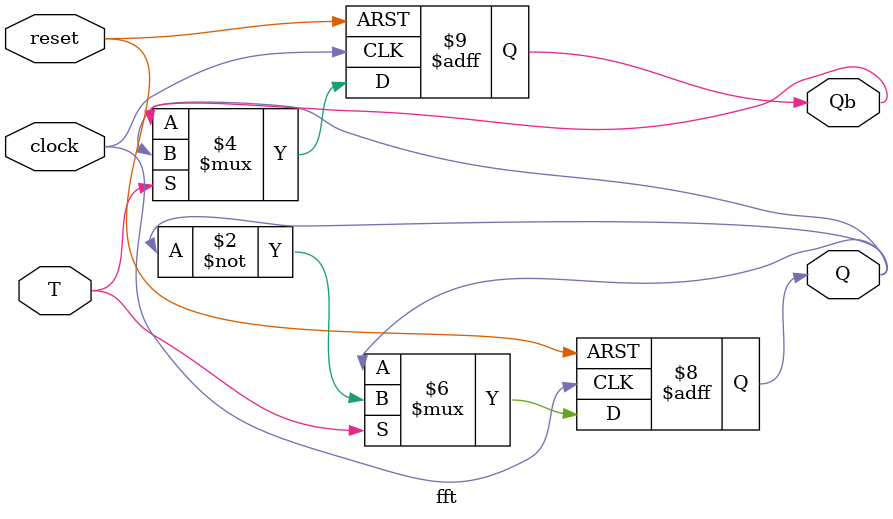
<source format=v>
module fft (T, clock, reset, Q, Qb);

	// Declaracao de portas
   input T;
   input clock;
   input reset;
   output reg Q;
	output reg Qb;

   // Inicialização dos estados de Q e Qb
   initial begin
       Q = 0;
       Qb = 1;
   end

   always @(posedge clock or posedge reset) begin
       if (reset) begin
           Q <= 0;
			  Qb <= 1;
       end else if (T) begin
			Q <= ~Q;
			Qb <= Q;
       end
   end

endmodule 
</source>
